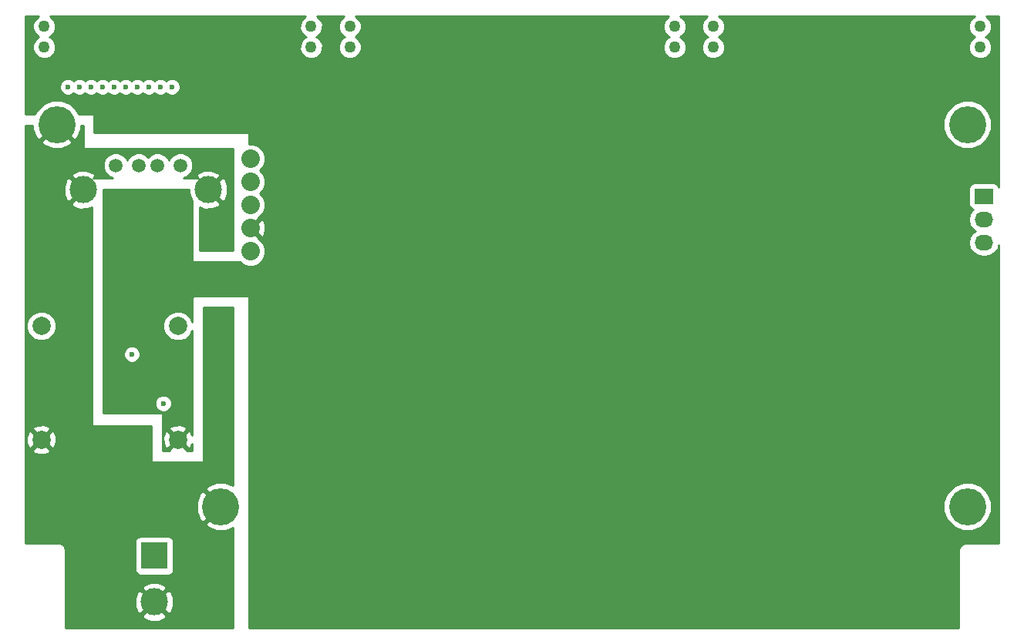
<source format=gbr>
G04 #@! TF.FileFunction,Copper,L3,Inr,Plane*
%FSLAX46Y46*%
G04 Gerber Fmt 4.6, Leading zero omitted, Abs format (unit mm)*
G04 Created by KiCad (PCBNEW 4.0.1-stable) date 2017-03-07 5:03:37 PM*
%MOMM*%
G01*
G04 APERTURE LIST*
%ADD10C,0.100000*%
%ADD11C,1.500000*%
%ADD12C,3.000000*%
%ADD13R,2.032000X1.727200*%
%ADD14O,2.032000X1.727200*%
%ADD15C,1.270000*%
%ADD16R,3.000000X3.000000*%
%ADD17C,2.000000*%
%ADD18C,2.032000*%
%ADD19C,4.064000*%
%ADD20C,0.600000*%
%ADD21C,0.254000*%
G04 APERTURE END LIST*
D10*
D11*
X63570000Y-48500000D03*
X61030000Y-48500000D03*
X59000000Y-48500000D03*
X56460000Y-48500000D03*
D12*
X66620000Y-51170000D03*
X52900000Y-51170000D03*
D13*
X151800000Y-51900000D03*
D14*
X151800000Y-54440000D03*
X151800000Y-56980000D03*
D15*
X77927400Y-33237000D03*
X48615800Y-33237000D03*
X77927400Y-35497600D03*
X48615800Y-35497600D03*
X151384200Y-33237000D03*
X122072600Y-33237000D03*
X151384200Y-35497600D03*
X122072600Y-35497600D03*
D16*
X60700000Y-91400000D03*
D12*
X60700000Y-96480000D03*
D15*
X117830800Y-33237000D03*
X82169200Y-33237000D03*
X117830800Y-35497600D03*
X82169200Y-35497600D03*
D17*
X63300000Y-78650000D03*
X63300000Y-66150000D03*
X48300000Y-78650000D03*
X48300000Y-66150000D03*
D18*
X71270000Y-57930000D03*
X71270000Y-55390000D03*
X71270000Y-52850000D03*
X71270000Y-50310000D03*
X71270000Y-47770000D03*
D19*
X50000000Y-44000000D03*
X150000000Y-44000000D03*
X150000000Y-86000000D03*
X68000000Y-86000000D03*
D20*
X63200000Y-51900000D03*
X57556600Y-39866400D03*
X56286600Y-39866400D03*
X53746600Y-39866400D03*
X55016600Y-39866400D03*
X51206600Y-39866400D03*
X52476600Y-39866400D03*
X62636600Y-39866400D03*
X61366600Y-39866400D03*
X58826600Y-39866400D03*
X60096600Y-39866400D03*
X61700000Y-74650000D03*
X58250000Y-69250000D03*
D21*
G36*
X47337025Y-44550357D02*
X47727832Y-45493846D01*
X48101879Y-45718516D01*
X49693395Y-44127000D01*
X50306605Y-44127000D01*
X51898121Y-45718516D01*
X52272168Y-45493846D01*
X52670880Y-44510612D01*
X52668022Y-44127000D01*
X52873000Y-44127000D01*
X52873000Y-46500000D01*
X52883006Y-46549410D01*
X52911447Y-46591035D01*
X52953841Y-46618315D01*
X53000000Y-46627000D01*
X69373000Y-46627000D01*
X69373000Y-57873000D01*
X65727000Y-57873000D01*
X65727000Y-53113120D01*
X66236187Y-53312723D01*
X67085387Y-53296497D01*
X67794582Y-53002739D01*
X67954365Y-52683970D01*
X66620000Y-51349605D01*
X66605858Y-51363748D01*
X66426253Y-51184143D01*
X66440395Y-51170000D01*
X66799605Y-51170000D01*
X68133970Y-52504365D01*
X68452739Y-52344582D01*
X68762723Y-51553813D01*
X68746497Y-50704613D01*
X68452739Y-49995418D01*
X68133970Y-49835635D01*
X66799605Y-51170000D01*
X66440395Y-51170000D01*
X65727000Y-50456605D01*
X65727000Y-50097395D01*
X66620000Y-50990395D01*
X67954365Y-49656030D01*
X67794582Y-49337261D01*
X67003813Y-49027277D01*
X66154613Y-49043503D01*
X65445418Y-49337261D01*
X65285635Y-49656030D01*
X65502605Y-49873000D01*
X65143395Y-49873000D01*
X65106030Y-49835635D01*
X65031486Y-49873000D01*
X63873908Y-49873000D01*
X64353515Y-49674831D01*
X64743461Y-49285564D01*
X64954759Y-48776702D01*
X64955240Y-48225715D01*
X64744831Y-47716485D01*
X64355564Y-47326539D01*
X63846702Y-47115241D01*
X63295715Y-47114760D01*
X62786485Y-47325169D01*
X62396539Y-47714436D01*
X62300024Y-47946870D01*
X62204831Y-47716485D01*
X61815564Y-47326539D01*
X61306702Y-47115241D01*
X60755715Y-47114760D01*
X60246485Y-47325169D01*
X60014938Y-47556313D01*
X59785564Y-47326539D01*
X59276702Y-47115241D01*
X58725715Y-47114760D01*
X58216485Y-47325169D01*
X57826539Y-47714436D01*
X57730024Y-47946870D01*
X57634831Y-47716485D01*
X57245564Y-47326539D01*
X56736702Y-47115241D01*
X56185715Y-47114760D01*
X55676485Y-47325169D01*
X55286539Y-47714436D01*
X55075241Y-48223298D01*
X55074760Y-48774285D01*
X55285169Y-49283515D01*
X55674436Y-49673461D01*
X56154979Y-49873000D01*
X54488514Y-49873000D01*
X54413970Y-49835635D01*
X54376605Y-49873000D01*
X54017395Y-49873000D01*
X54234365Y-49656030D01*
X54074582Y-49337261D01*
X53283813Y-49027277D01*
X52434613Y-49043503D01*
X51725418Y-49337261D01*
X51565635Y-49656030D01*
X52900000Y-50990395D01*
X53873000Y-50017395D01*
X53873000Y-50376605D01*
X53079605Y-51170000D01*
X53093748Y-51184143D01*
X52914143Y-51363748D01*
X52900000Y-51349605D01*
X51565635Y-52683970D01*
X51725418Y-53002739D01*
X52516187Y-53312723D01*
X53365387Y-53296497D01*
X53873000Y-53086237D01*
X53873000Y-77000000D01*
X53883006Y-77049410D01*
X53911447Y-77091035D01*
X53953841Y-77118315D01*
X54000000Y-77127000D01*
X60373000Y-77127000D01*
X60373000Y-81000000D01*
X60383006Y-81049410D01*
X60411447Y-81091035D01*
X60453841Y-81118315D01*
X60500000Y-81127000D01*
X66000000Y-81127000D01*
X66049410Y-81116994D01*
X66091035Y-81088553D01*
X66118315Y-81046159D01*
X66127000Y-81000000D01*
X66127000Y-64127000D01*
X69373000Y-64127000D01*
X69373000Y-83678828D01*
X68510612Y-83329120D01*
X67449643Y-83337025D01*
X66506154Y-83727832D01*
X66281484Y-84101879D01*
X68000000Y-85820395D01*
X68014143Y-85806253D01*
X68193748Y-85985858D01*
X68179605Y-86000000D01*
X68193748Y-86014143D01*
X68014143Y-86193748D01*
X68000000Y-86179605D01*
X66281484Y-87898121D01*
X66506154Y-88272168D01*
X67489388Y-88670880D01*
X68550357Y-88662975D01*
X69373000Y-88322224D01*
X69373000Y-99290000D01*
X50971600Y-99290000D01*
X50971600Y-97993970D01*
X59365635Y-97993970D01*
X59525418Y-98312739D01*
X60316187Y-98622723D01*
X61165387Y-98606497D01*
X61874582Y-98312739D01*
X62034365Y-97993970D01*
X60700000Y-96659605D01*
X59365635Y-97993970D01*
X50971600Y-97993970D01*
X50971600Y-96096187D01*
X58557277Y-96096187D01*
X58573503Y-96945387D01*
X58867261Y-97654582D01*
X59186030Y-97814365D01*
X60520395Y-96480000D01*
X60879605Y-96480000D01*
X62213970Y-97814365D01*
X62532739Y-97654582D01*
X62842723Y-96863813D01*
X62826497Y-96014613D01*
X62532739Y-95305418D01*
X62213970Y-95145635D01*
X60879605Y-96480000D01*
X60520395Y-96480000D01*
X59186030Y-95145635D01*
X58867261Y-95305418D01*
X58557277Y-96096187D01*
X50971600Y-96096187D01*
X50971600Y-94966030D01*
X59365635Y-94966030D01*
X60700000Y-96300395D01*
X62034365Y-94966030D01*
X61874582Y-94647261D01*
X61083813Y-94337277D01*
X60234613Y-94353503D01*
X59525418Y-94647261D01*
X59365635Y-94966030D01*
X50971600Y-94966030D01*
X50971600Y-90761000D01*
X50917554Y-90489295D01*
X50763646Y-90258954D01*
X50533305Y-90105046D01*
X50261600Y-90051000D01*
X46569900Y-90051000D01*
X46569900Y-89900000D01*
X58552560Y-89900000D01*
X58552560Y-92900000D01*
X58596838Y-93135317D01*
X58735910Y-93351441D01*
X58948110Y-93496431D01*
X59200000Y-93547440D01*
X62200000Y-93547440D01*
X62435317Y-93503162D01*
X62651441Y-93364090D01*
X62796431Y-93151890D01*
X62847440Y-92900000D01*
X62847440Y-89900000D01*
X62803162Y-89664683D01*
X62664090Y-89448559D01*
X62451890Y-89303569D01*
X62200000Y-89252560D01*
X59200000Y-89252560D01*
X58964683Y-89296838D01*
X58748559Y-89435910D01*
X58603569Y-89648110D01*
X58552560Y-89900000D01*
X46569900Y-89900000D01*
X46569900Y-85489388D01*
X65329120Y-85489388D01*
X65337025Y-86550357D01*
X65727832Y-87493846D01*
X66101879Y-87718516D01*
X67820395Y-86000000D01*
X66101879Y-84281484D01*
X65727832Y-84506154D01*
X65329120Y-85489388D01*
X46569900Y-85489388D01*
X46569900Y-79802532D01*
X47327073Y-79802532D01*
X47425736Y-80069387D01*
X48035461Y-80295908D01*
X48685460Y-80271856D01*
X49174264Y-80069387D01*
X49272927Y-79802532D01*
X48300000Y-78829605D01*
X47327073Y-79802532D01*
X46569900Y-79802532D01*
X46569900Y-78385461D01*
X46654092Y-78385461D01*
X46678144Y-79035460D01*
X46880613Y-79524264D01*
X47147468Y-79622927D01*
X48120395Y-78650000D01*
X48479605Y-78650000D01*
X49452532Y-79622927D01*
X49719387Y-79524264D01*
X49945908Y-78914539D01*
X49921856Y-78264540D01*
X49719387Y-77775736D01*
X49452532Y-77677073D01*
X48479605Y-78650000D01*
X48120395Y-78650000D01*
X47147468Y-77677073D01*
X46880613Y-77775736D01*
X46654092Y-78385461D01*
X46569900Y-78385461D01*
X46569900Y-77497468D01*
X47327073Y-77497468D01*
X48300000Y-78470395D01*
X49272927Y-77497468D01*
X49174264Y-77230613D01*
X48564539Y-77004092D01*
X47914540Y-77028144D01*
X47425736Y-77230613D01*
X47327073Y-77497468D01*
X46569900Y-77497468D01*
X46569900Y-66473795D01*
X46664716Y-66473795D01*
X46913106Y-67074943D01*
X47372637Y-67535278D01*
X47973352Y-67784716D01*
X48623795Y-67785284D01*
X49224943Y-67536894D01*
X49685278Y-67077363D01*
X49934716Y-66476648D01*
X49935284Y-65826205D01*
X49686894Y-65225057D01*
X49227363Y-64764722D01*
X48626648Y-64515284D01*
X47976205Y-64514716D01*
X47375057Y-64763106D01*
X46914722Y-65222637D01*
X46665284Y-65823352D01*
X46664716Y-66473795D01*
X46569900Y-66473795D01*
X46569900Y-50786187D01*
X50757277Y-50786187D01*
X50773503Y-51635387D01*
X51067261Y-52344582D01*
X51386030Y-52504365D01*
X52720395Y-51170000D01*
X51386030Y-49835635D01*
X51067261Y-49995418D01*
X50757277Y-50786187D01*
X46569900Y-50786187D01*
X46569900Y-45898121D01*
X48281484Y-45898121D01*
X48506154Y-46272168D01*
X49489388Y-46670880D01*
X50550357Y-46662975D01*
X51493846Y-46272168D01*
X51718516Y-45898121D01*
X50000000Y-44179605D01*
X48281484Y-45898121D01*
X46569900Y-45898121D01*
X46569900Y-44127000D01*
X47333871Y-44127000D01*
X47337025Y-44550357D01*
X47337025Y-44550357D01*
G37*
X47337025Y-44550357D02*
X47727832Y-45493846D01*
X48101879Y-45718516D01*
X49693395Y-44127000D01*
X50306605Y-44127000D01*
X51898121Y-45718516D01*
X52272168Y-45493846D01*
X52670880Y-44510612D01*
X52668022Y-44127000D01*
X52873000Y-44127000D01*
X52873000Y-46500000D01*
X52883006Y-46549410D01*
X52911447Y-46591035D01*
X52953841Y-46618315D01*
X53000000Y-46627000D01*
X69373000Y-46627000D01*
X69373000Y-57873000D01*
X65727000Y-57873000D01*
X65727000Y-53113120D01*
X66236187Y-53312723D01*
X67085387Y-53296497D01*
X67794582Y-53002739D01*
X67954365Y-52683970D01*
X66620000Y-51349605D01*
X66605858Y-51363748D01*
X66426253Y-51184143D01*
X66440395Y-51170000D01*
X66799605Y-51170000D01*
X68133970Y-52504365D01*
X68452739Y-52344582D01*
X68762723Y-51553813D01*
X68746497Y-50704613D01*
X68452739Y-49995418D01*
X68133970Y-49835635D01*
X66799605Y-51170000D01*
X66440395Y-51170000D01*
X65727000Y-50456605D01*
X65727000Y-50097395D01*
X66620000Y-50990395D01*
X67954365Y-49656030D01*
X67794582Y-49337261D01*
X67003813Y-49027277D01*
X66154613Y-49043503D01*
X65445418Y-49337261D01*
X65285635Y-49656030D01*
X65502605Y-49873000D01*
X65143395Y-49873000D01*
X65106030Y-49835635D01*
X65031486Y-49873000D01*
X63873908Y-49873000D01*
X64353515Y-49674831D01*
X64743461Y-49285564D01*
X64954759Y-48776702D01*
X64955240Y-48225715D01*
X64744831Y-47716485D01*
X64355564Y-47326539D01*
X63846702Y-47115241D01*
X63295715Y-47114760D01*
X62786485Y-47325169D01*
X62396539Y-47714436D01*
X62300024Y-47946870D01*
X62204831Y-47716485D01*
X61815564Y-47326539D01*
X61306702Y-47115241D01*
X60755715Y-47114760D01*
X60246485Y-47325169D01*
X60014938Y-47556313D01*
X59785564Y-47326539D01*
X59276702Y-47115241D01*
X58725715Y-47114760D01*
X58216485Y-47325169D01*
X57826539Y-47714436D01*
X57730024Y-47946870D01*
X57634831Y-47716485D01*
X57245564Y-47326539D01*
X56736702Y-47115241D01*
X56185715Y-47114760D01*
X55676485Y-47325169D01*
X55286539Y-47714436D01*
X55075241Y-48223298D01*
X55074760Y-48774285D01*
X55285169Y-49283515D01*
X55674436Y-49673461D01*
X56154979Y-49873000D01*
X54488514Y-49873000D01*
X54413970Y-49835635D01*
X54376605Y-49873000D01*
X54017395Y-49873000D01*
X54234365Y-49656030D01*
X54074582Y-49337261D01*
X53283813Y-49027277D01*
X52434613Y-49043503D01*
X51725418Y-49337261D01*
X51565635Y-49656030D01*
X52900000Y-50990395D01*
X53873000Y-50017395D01*
X53873000Y-50376605D01*
X53079605Y-51170000D01*
X53093748Y-51184143D01*
X52914143Y-51363748D01*
X52900000Y-51349605D01*
X51565635Y-52683970D01*
X51725418Y-53002739D01*
X52516187Y-53312723D01*
X53365387Y-53296497D01*
X53873000Y-53086237D01*
X53873000Y-77000000D01*
X53883006Y-77049410D01*
X53911447Y-77091035D01*
X53953841Y-77118315D01*
X54000000Y-77127000D01*
X60373000Y-77127000D01*
X60373000Y-81000000D01*
X60383006Y-81049410D01*
X60411447Y-81091035D01*
X60453841Y-81118315D01*
X60500000Y-81127000D01*
X66000000Y-81127000D01*
X66049410Y-81116994D01*
X66091035Y-81088553D01*
X66118315Y-81046159D01*
X66127000Y-81000000D01*
X66127000Y-64127000D01*
X69373000Y-64127000D01*
X69373000Y-83678828D01*
X68510612Y-83329120D01*
X67449643Y-83337025D01*
X66506154Y-83727832D01*
X66281484Y-84101879D01*
X68000000Y-85820395D01*
X68014143Y-85806253D01*
X68193748Y-85985858D01*
X68179605Y-86000000D01*
X68193748Y-86014143D01*
X68014143Y-86193748D01*
X68000000Y-86179605D01*
X66281484Y-87898121D01*
X66506154Y-88272168D01*
X67489388Y-88670880D01*
X68550357Y-88662975D01*
X69373000Y-88322224D01*
X69373000Y-99290000D01*
X50971600Y-99290000D01*
X50971600Y-97993970D01*
X59365635Y-97993970D01*
X59525418Y-98312739D01*
X60316187Y-98622723D01*
X61165387Y-98606497D01*
X61874582Y-98312739D01*
X62034365Y-97993970D01*
X60700000Y-96659605D01*
X59365635Y-97993970D01*
X50971600Y-97993970D01*
X50971600Y-96096187D01*
X58557277Y-96096187D01*
X58573503Y-96945387D01*
X58867261Y-97654582D01*
X59186030Y-97814365D01*
X60520395Y-96480000D01*
X60879605Y-96480000D01*
X62213970Y-97814365D01*
X62532739Y-97654582D01*
X62842723Y-96863813D01*
X62826497Y-96014613D01*
X62532739Y-95305418D01*
X62213970Y-95145635D01*
X60879605Y-96480000D01*
X60520395Y-96480000D01*
X59186030Y-95145635D01*
X58867261Y-95305418D01*
X58557277Y-96096187D01*
X50971600Y-96096187D01*
X50971600Y-94966030D01*
X59365635Y-94966030D01*
X60700000Y-96300395D01*
X62034365Y-94966030D01*
X61874582Y-94647261D01*
X61083813Y-94337277D01*
X60234613Y-94353503D01*
X59525418Y-94647261D01*
X59365635Y-94966030D01*
X50971600Y-94966030D01*
X50971600Y-90761000D01*
X50917554Y-90489295D01*
X50763646Y-90258954D01*
X50533305Y-90105046D01*
X50261600Y-90051000D01*
X46569900Y-90051000D01*
X46569900Y-89900000D01*
X58552560Y-89900000D01*
X58552560Y-92900000D01*
X58596838Y-93135317D01*
X58735910Y-93351441D01*
X58948110Y-93496431D01*
X59200000Y-93547440D01*
X62200000Y-93547440D01*
X62435317Y-93503162D01*
X62651441Y-93364090D01*
X62796431Y-93151890D01*
X62847440Y-92900000D01*
X62847440Y-89900000D01*
X62803162Y-89664683D01*
X62664090Y-89448559D01*
X62451890Y-89303569D01*
X62200000Y-89252560D01*
X59200000Y-89252560D01*
X58964683Y-89296838D01*
X58748559Y-89435910D01*
X58603569Y-89648110D01*
X58552560Y-89900000D01*
X46569900Y-89900000D01*
X46569900Y-85489388D01*
X65329120Y-85489388D01*
X65337025Y-86550357D01*
X65727832Y-87493846D01*
X66101879Y-87718516D01*
X67820395Y-86000000D01*
X66101879Y-84281484D01*
X65727832Y-84506154D01*
X65329120Y-85489388D01*
X46569900Y-85489388D01*
X46569900Y-79802532D01*
X47327073Y-79802532D01*
X47425736Y-80069387D01*
X48035461Y-80295908D01*
X48685460Y-80271856D01*
X49174264Y-80069387D01*
X49272927Y-79802532D01*
X48300000Y-78829605D01*
X47327073Y-79802532D01*
X46569900Y-79802532D01*
X46569900Y-78385461D01*
X46654092Y-78385461D01*
X46678144Y-79035460D01*
X46880613Y-79524264D01*
X47147468Y-79622927D01*
X48120395Y-78650000D01*
X48479605Y-78650000D01*
X49452532Y-79622927D01*
X49719387Y-79524264D01*
X49945908Y-78914539D01*
X49921856Y-78264540D01*
X49719387Y-77775736D01*
X49452532Y-77677073D01*
X48479605Y-78650000D01*
X48120395Y-78650000D01*
X47147468Y-77677073D01*
X46880613Y-77775736D01*
X46654092Y-78385461D01*
X46569900Y-78385461D01*
X46569900Y-77497468D01*
X47327073Y-77497468D01*
X48300000Y-78470395D01*
X49272927Y-77497468D01*
X49174264Y-77230613D01*
X48564539Y-77004092D01*
X47914540Y-77028144D01*
X47425736Y-77230613D01*
X47327073Y-77497468D01*
X46569900Y-77497468D01*
X46569900Y-66473795D01*
X46664716Y-66473795D01*
X46913106Y-67074943D01*
X47372637Y-67535278D01*
X47973352Y-67784716D01*
X48623795Y-67785284D01*
X49224943Y-67536894D01*
X49685278Y-67077363D01*
X49934716Y-66476648D01*
X49935284Y-65826205D01*
X49686894Y-65225057D01*
X49227363Y-64764722D01*
X48626648Y-64515284D01*
X47976205Y-64514716D01*
X47375057Y-64763106D01*
X46914722Y-65222637D01*
X46665284Y-65823352D01*
X46664716Y-66473795D01*
X46569900Y-66473795D01*
X46569900Y-50786187D01*
X50757277Y-50786187D01*
X50773503Y-51635387D01*
X51067261Y-52344582D01*
X51386030Y-52504365D01*
X52720395Y-51170000D01*
X51386030Y-49835635D01*
X51067261Y-49995418D01*
X50757277Y-50786187D01*
X46569900Y-50786187D01*
X46569900Y-45898121D01*
X48281484Y-45898121D01*
X48506154Y-46272168D01*
X49489388Y-46670880D01*
X50550357Y-46662975D01*
X51493846Y-46272168D01*
X51718516Y-45898121D01*
X50000000Y-44179605D01*
X48281484Y-45898121D01*
X46569900Y-45898121D01*
X46569900Y-44127000D01*
X47333871Y-44127000D01*
X47337025Y-44550357D01*
G36*
X47897342Y-32159718D02*
X47539774Y-32516663D01*
X47346021Y-32983273D01*
X47345580Y-33488510D01*
X47538518Y-33955458D01*
X47895463Y-34313026D01*
X48025913Y-34367194D01*
X47897342Y-34420318D01*
X47539774Y-34777263D01*
X47346021Y-35243873D01*
X47345580Y-35749110D01*
X47538518Y-36216058D01*
X47895463Y-36573626D01*
X48362073Y-36767379D01*
X48867310Y-36767820D01*
X49334258Y-36574882D01*
X49691826Y-36217937D01*
X49885579Y-35751327D01*
X49886020Y-35246090D01*
X49693082Y-34779142D01*
X49336137Y-34421574D01*
X49205687Y-34367406D01*
X49334258Y-34314282D01*
X49691826Y-33957337D01*
X49885579Y-33490727D01*
X49886020Y-32985490D01*
X49693082Y-32518542D01*
X49336137Y-32160974D01*
X49254318Y-32127000D01*
X77288126Y-32127000D01*
X77208942Y-32159718D01*
X76851374Y-32516663D01*
X76657621Y-32983273D01*
X76657180Y-33488510D01*
X76850118Y-33955458D01*
X77207063Y-34313026D01*
X77337513Y-34367194D01*
X77208942Y-34420318D01*
X76851374Y-34777263D01*
X76657621Y-35243873D01*
X76657180Y-35749110D01*
X76850118Y-36216058D01*
X77207063Y-36573626D01*
X77673673Y-36767379D01*
X78178910Y-36767820D01*
X78645858Y-36574882D01*
X79003426Y-36217937D01*
X79197179Y-35751327D01*
X79197620Y-35246090D01*
X79004682Y-34779142D01*
X78647737Y-34421574D01*
X78517287Y-34367406D01*
X78645858Y-34314282D01*
X79003426Y-33957337D01*
X79197179Y-33490727D01*
X79197620Y-32985490D01*
X79004682Y-32518542D01*
X78647737Y-32160974D01*
X78565918Y-32127000D01*
X81529926Y-32127000D01*
X81450742Y-32159718D01*
X81093174Y-32516663D01*
X80899421Y-32983273D01*
X80898980Y-33488510D01*
X81091918Y-33955458D01*
X81448863Y-34313026D01*
X81579313Y-34367194D01*
X81450742Y-34420318D01*
X81093174Y-34777263D01*
X80899421Y-35243873D01*
X80898980Y-35749110D01*
X81091918Y-36216058D01*
X81448863Y-36573626D01*
X81915473Y-36767379D01*
X82420710Y-36767820D01*
X82887658Y-36574882D01*
X83245226Y-36217937D01*
X83438979Y-35751327D01*
X83439420Y-35246090D01*
X83246482Y-34779142D01*
X82889537Y-34421574D01*
X82759087Y-34367406D01*
X82887658Y-34314282D01*
X83245226Y-33957337D01*
X83438979Y-33490727D01*
X83439420Y-32985490D01*
X83246482Y-32518542D01*
X82889537Y-32160974D01*
X82807718Y-32127000D01*
X117191526Y-32127000D01*
X117112342Y-32159718D01*
X116754774Y-32516663D01*
X116561021Y-32983273D01*
X116560580Y-33488510D01*
X116753518Y-33955458D01*
X117110463Y-34313026D01*
X117240913Y-34367194D01*
X117112342Y-34420318D01*
X116754774Y-34777263D01*
X116561021Y-35243873D01*
X116560580Y-35749110D01*
X116753518Y-36216058D01*
X117110463Y-36573626D01*
X117577073Y-36767379D01*
X118082310Y-36767820D01*
X118549258Y-36574882D01*
X118906826Y-36217937D01*
X119100579Y-35751327D01*
X119101020Y-35246090D01*
X118908082Y-34779142D01*
X118551137Y-34421574D01*
X118420687Y-34367406D01*
X118549258Y-34314282D01*
X118906826Y-33957337D01*
X119100579Y-33490727D01*
X119101020Y-32985490D01*
X118908082Y-32518542D01*
X118551137Y-32160974D01*
X118469318Y-32127000D01*
X121433326Y-32127000D01*
X121354142Y-32159718D01*
X120996574Y-32516663D01*
X120802821Y-32983273D01*
X120802380Y-33488510D01*
X120995318Y-33955458D01*
X121352263Y-34313026D01*
X121482713Y-34367194D01*
X121354142Y-34420318D01*
X120996574Y-34777263D01*
X120802821Y-35243873D01*
X120802380Y-35749110D01*
X120995318Y-36216058D01*
X121352263Y-36573626D01*
X121818873Y-36767379D01*
X122324110Y-36767820D01*
X122791058Y-36574882D01*
X123148626Y-36217937D01*
X123342379Y-35751327D01*
X123342820Y-35246090D01*
X123149882Y-34779142D01*
X122792937Y-34421574D01*
X122662487Y-34367406D01*
X122791058Y-34314282D01*
X123148626Y-33957337D01*
X123342379Y-33490727D01*
X123342820Y-32985490D01*
X123149882Y-32518542D01*
X122792937Y-32160974D01*
X122711118Y-32127000D01*
X150744926Y-32127000D01*
X150665742Y-32159718D01*
X150308174Y-32516663D01*
X150114421Y-32983273D01*
X150113980Y-33488510D01*
X150306918Y-33955458D01*
X150663863Y-34313026D01*
X150794313Y-34367194D01*
X150665742Y-34420318D01*
X150308174Y-34777263D01*
X150114421Y-35243873D01*
X150113980Y-35749110D01*
X150306918Y-36216058D01*
X150663863Y-36573626D01*
X151130473Y-36767379D01*
X151635710Y-36767820D01*
X152102658Y-36574882D01*
X152460226Y-36217937D01*
X152653979Y-35751327D01*
X152654420Y-35246090D01*
X152461482Y-34779142D01*
X152104537Y-34421574D01*
X151974087Y-34367406D01*
X152102658Y-34314282D01*
X152460226Y-33957337D01*
X152653979Y-33490727D01*
X152654420Y-32985490D01*
X152461482Y-32518542D01*
X152104537Y-32160974D01*
X152022718Y-32127000D01*
X153430100Y-32127000D01*
X153430100Y-50859213D01*
X153419162Y-50801083D01*
X153280090Y-50584959D01*
X153067890Y-50439969D01*
X152816000Y-50388960D01*
X150784000Y-50388960D01*
X150548683Y-50433238D01*
X150332559Y-50572310D01*
X150187569Y-50784510D01*
X150136560Y-51036400D01*
X150136560Y-52763600D01*
X150180838Y-52998917D01*
X150319910Y-53215041D01*
X150532110Y-53360031D01*
X150573439Y-53368400D01*
X150555585Y-53380330D01*
X150230729Y-53866511D01*
X150116655Y-54440000D01*
X150230729Y-55013489D01*
X150555585Y-55499670D01*
X150870366Y-55710000D01*
X150555585Y-55920330D01*
X150230729Y-56406511D01*
X150116655Y-56980000D01*
X150230729Y-57553489D01*
X150555585Y-58039670D01*
X151041766Y-58364526D01*
X151615255Y-58478600D01*
X151984745Y-58478600D01*
X152558234Y-58364526D01*
X153044415Y-58039670D01*
X153369271Y-57553489D01*
X153430100Y-57247681D01*
X153430100Y-90051000D01*
X149738400Y-90051000D01*
X149466695Y-90105046D01*
X149236354Y-90258954D01*
X149082446Y-90489295D01*
X149028400Y-90761000D01*
X149028400Y-99290000D01*
X71127000Y-99290000D01*
X71127000Y-86528172D01*
X147332538Y-86528172D01*
X147737709Y-87508761D01*
X148487293Y-88259655D01*
X149467173Y-88666536D01*
X150528172Y-88667462D01*
X151508761Y-88262291D01*
X152259655Y-87512707D01*
X152666536Y-86532827D01*
X152667462Y-85471828D01*
X152262291Y-84491239D01*
X151512707Y-83740345D01*
X150532827Y-83333464D01*
X149471828Y-83332538D01*
X148491239Y-83737709D01*
X147740345Y-84487293D01*
X147333464Y-85467173D01*
X147332538Y-86528172D01*
X71127000Y-86528172D01*
X71127000Y-63000000D01*
X71116994Y-62950590D01*
X71088553Y-62908965D01*
X71046159Y-62881685D01*
X71000000Y-62873000D01*
X65000000Y-62873000D01*
X64950590Y-62883006D01*
X64908965Y-62911447D01*
X64881685Y-62953841D01*
X64873000Y-63000000D01*
X64873000Y-65675467D01*
X64686894Y-65225057D01*
X64227363Y-64764722D01*
X63626648Y-64515284D01*
X62976205Y-64514716D01*
X62375057Y-64763106D01*
X61914722Y-65222637D01*
X61665284Y-65823352D01*
X61664716Y-66473795D01*
X61913106Y-67074943D01*
X62372637Y-67535278D01*
X62973352Y-67784716D01*
X63623795Y-67785284D01*
X64224943Y-67536894D01*
X64685278Y-67077363D01*
X64873000Y-66625277D01*
X64873000Y-78146591D01*
X64719387Y-77775736D01*
X64452532Y-77677073D01*
X63479605Y-78650000D01*
X64452532Y-79622927D01*
X64719387Y-79524264D01*
X64873000Y-79110785D01*
X64873000Y-79873000D01*
X64246873Y-79873000D01*
X64272927Y-79802532D01*
X63300000Y-78829605D01*
X62327073Y-79802532D01*
X62353127Y-79873000D01*
X61627000Y-79873000D01*
X61627000Y-78385461D01*
X61654092Y-78385461D01*
X61678144Y-79035460D01*
X61880613Y-79524264D01*
X62147468Y-79622927D01*
X63120395Y-78650000D01*
X62147468Y-77677073D01*
X61880613Y-77775736D01*
X61654092Y-78385461D01*
X61627000Y-78385461D01*
X61627000Y-77497468D01*
X62327073Y-77497468D01*
X63300000Y-78470395D01*
X64272927Y-77497468D01*
X64174264Y-77230613D01*
X63564539Y-77004092D01*
X62914540Y-77028144D01*
X62425736Y-77230613D01*
X62327073Y-77497468D01*
X61627000Y-77497468D01*
X61627000Y-75800000D01*
X61616994Y-75750590D01*
X61588553Y-75708965D01*
X61546159Y-75681685D01*
X61500000Y-75673000D01*
X55127000Y-75673000D01*
X55127000Y-74835167D01*
X60764838Y-74835167D01*
X60906883Y-75178943D01*
X61169673Y-75442192D01*
X61513201Y-75584838D01*
X61885167Y-75585162D01*
X62228943Y-75443117D01*
X62492192Y-75180327D01*
X62634838Y-74836799D01*
X62635162Y-74464833D01*
X62493117Y-74121057D01*
X62230327Y-73857808D01*
X61886799Y-73715162D01*
X61514833Y-73714838D01*
X61171057Y-73856883D01*
X60907808Y-74119673D01*
X60765162Y-74463201D01*
X60764838Y-74835167D01*
X55127000Y-74835167D01*
X55127000Y-69435167D01*
X57314838Y-69435167D01*
X57456883Y-69778943D01*
X57719673Y-70042192D01*
X58063201Y-70184838D01*
X58435167Y-70185162D01*
X58778943Y-70043117D01*
X59042192Y-69780327D01*
X59184838Y-69436799D01*
X59185162Y-69064833D01*
X59043117Y-68721057D01*
X58780327Y-68457808D01*
X58436799Y-68315162D01*
X58064833Y-68314838D01*
X57721057Y-68456883D01*
X57457808Y-68719673D01*
X57315162Y-69063201D01*
X57314838Y-69435167D01*
X55127000Y-69435167D01*
X55127000Y-51127000D01*
X64485037Y-51127000D01*
X64484630Y-51592815D01*
X64808980Y-52377800D01*
X64873000Y-52441932D01*
X64873000Y-59000000D01*
X64883006Y-59049410D01*
X64911447Y-59091035D01*
X64953841Y-59118315D01*
X65000000Y-59127000D01*
X70132081Y-59127000D01*
X70333563Y-59328834D01*
X70940155Y-59580713D01*
X71596963Y-59581286D01*
X72203995Y-59330466D01*
X72668834Y-58866437D01*
X72920713Y-58259845D01*
X72921286Y-57603037D01*
X72670466Y-56996005D01*
X72247634Y-56572435D01*
X72254502Y-56554107D01*
X71270000Y-55569605D01*
X71255858Y-55583748D01*
X71127000Y-55454890D01*
X71127000Y-55390000D01*
X71449605Y-55390000D01*
X72434107Y-56374502D01*
X72702622Y-56273880D01*
X72931816Y-55658358D01*
X72908014Y-55001981D01*
X72702622Y-54506120D01*
X72434107Y-54405498D01*
X71449605Y-55390000D01*
X71127000Y-55390000D01*
X71127000Y-55325110D01*
X71255858Y-55196253D01*
X71270000Y-55210395D01*
X72254502Y-54225893D01*
X72247453Y-54207083D01*
X72668834Y-53786437D01*
X72920713Y-53179845D01*
X72921286Y-52523037D01*
X72670466Y-51916005D01*
X72334868Y-51579821D01*
X72668834Y-51246437D01*
X72920713Y-50639845D01*
X72921286Y-49983037D01*
X72670466Y-49376005D01*
X72334868Y-49039821D01*
X72668834Y-48706437D01*
X72920713Y-48099845D01*
X72921286Y-47443037D01*
X72670466Y-46836005D01*
X72206437Y-46371166D01*
X71599845Y-46119287D01*
X71127000Y-46118874D01*
X71127000Y-45000000D01*
X71116994Y-44950590D01*
X71088553Y-44908965D01*
X71046159Y-44881685D01*
X71000000Y-44873000D01*
X54127000Y-44873000D01*
X54127000Y-44528172D01*
X147332538Y-44528172D01*
X147737709Y-45508761D01*
X148487293Y-46259655D01*
X149467173Y-46666536D01*
X150528172Y-46667462D01*
X151508761Y-46262291D01*
X152259655Y-45512707D01*
X152666536Y-44532827D01*
X152667462Y-43471828D01*
X152262291Y-42491239D01*
X151512707Y-41740345D01*
X150532827Y-41333464D01*
X149471828Y-41332538D01*
X148491239Y-41737709D01*
X147740345Y-42487293D01*
X147333464Y-43467173D01*
X147332538Y-44528172D01*
X54127000Y-44528172D01*
X54127000Y-43000000D01*
X54116994Y-42950590D01*
X54088553Y-42908965D01*
X54046159Y-42881685D01*
X54000000Y-42873000D01*
X52420031Y-42873000D01*
X52262291Y-42491239D01*
X51512707Y-41740345D01*
X50532827Y-41333464D01*
X49471828Y-41332538D01*
X48491239Y-41737709D01*
X47740345Y-42487293D01*
X47580186Y-42873000D01*
X46569900Y-42873000D01*
X46569900Y-40051567D01*
X50271438Y-40051567D01*
X50413483Y-40395343D01*
X50676273Y-40658592D01*
X51019801Y-40801238D01*
X51391767Y-40801562D01*
X51735543Y-40659517D01*
X51841554Y-40553690D01*
X51946273Y-40658592D01*
X52289801Y-40801238D01*
X52661767Y-40801562D01*
X53005543Y-40659517D01*
X53111554Y-40553690D01*
X53216273Y-40658592D01*
X53559801Y-40801238D01*
X53931767Y-40801562D01*
X54275543Y-40659517D01*
X54381554Y-40553690D01*
X54486273Y-40658592D01*
X54829801Y-40801238D01*
X55201767Y-40801562D01*
X55545543Y-40659517D01*
X55651554Y-40553690D01*
X55756273Y-40658592D01*
X56099801Y-40801238D01*
X56471767Y-40801562D01*
X56815543Y-40659517D01*
X56921554Y-40553690D01*
X57026273Y-40658592D01*
X57369801Y-40801238D01*
X57741767Y-40801562D01*
X58085543Y-40659517D01*
X58191554Y-40553690D01*
X58296273Y-40658592D01*
X58639801Y-40801238D01*
X59011767Y-40801562D01*
X59355543Y-40659517D01*
X59461554Y-40553690D01*
X59566273Y-40658592D01*
X59909801Y-40801238D01*
X60281767Y-40801562D01*
X60625543Y-40659517D01*
X60731554Y-40553690D01*
X60836273Y-40658592D01*
X61179801Y-40801238D01*
X61551767Y-40801562D01*
X61895543Y-40659517D01*
X62001554Y-40553690D01*
X62106273Y-40658592D01*
X62449801Y-40801238D01*
X62821767Y-40801562D01*
X63165543Y-40659517D01*
X63428792Y-40396727D01*
X63571438Y-40053199D01*
X63571762Y-39681233D01*
X63429717Y-39337457D01*
X63166927Y-39074208D01*
X62823399Y-38931562D01*
X62451433Y-38931238D01*
X62107657Y-39073283D01*
X62001646Y-39179110D01*
X61896927Y-39074208D01*
X61553399Y-38931562D01*
X61181433Y-38931238D01*
X60837657Y-39073283D01*
X60731646Y-39179110D01*
X60626927Y-39074208D01*
X60283399Y-38931562D01*
X59911433Y-38931238D01*
X59567657Y-39073283D01*
X59461646Y-39179110D01*
X59356927Y-39074208D01*
X59013399Y-38931562D01*
X58641433Y-38931238D01*
X58297657Y-39073283D01*
X58191646Y-39179110D01*
X58086927Y-39074208D01*
X57743399Y-38931562D01*
X57371433Y-38931238D01*
X57027657Y-39073283D01*
X56921646Y-39179110D01*
X56816927Y-39074208D01*
X56473399Y-38931562D01*
X56101433Y-38931238D01*
X55757657Y-39073283D01*
X55651646Y-39179110D01*
X55546927Y-39074208D01*
X55203399Y-38931562D01*
X54831433Y-38931238D01*
X54487657Y-39073283D01*
X54381646Y-39179110D01*
X54276927Y-39074208D01*
X53933399Y-38931562D01*
X53561433Y-38931238D01*
X53217657Y-39073283D01*
X53111646Y-39179110D01*
X53006927Y-39074208D01*
X52663399Y-38931562D01*
X52291433Y-38931238D01*
X51947657Y-39073283D01*
X51841646Y-39179110D01*
X51736927Y-39074208D01*
X51393399Y-38931562D01*
X51021433Y-38931238D01*
X50677657Y-39073283D01*
X50414408Y-39336073D01*
X50271762Y-39679601D01*
X50271438Y-40051567D01*
X46569900Y-40051567D01*
X46569900Y-32127000D01*
X47976526Y-32127000D01*
X47897342Y-32159718D01*
X47897342Y-32159718D01*
G37*
X47897342Y-32159718D02*
X47539774Y-32516663D01*
X47346021Y-32983273D01*
X47345580Y-33488510D01*
X47538518Y-33955458D01*
X47895463Y-34313026D01*
X48025913Y-34367194D01*
X47897342Y-34420318D01*
X47539774Y-34777263D01*
X47346021Y-35243873D01*
X47345580Y-35749110D01*
X47538518Y-36216058D01*
X47895463Y-36573626D01*
X48362073Y-36767379D01*
X48867310Y-36767820D01*
X49334258Y-36574882D01*
X49691826Y-36217937D01*
X49885579Y-35751327D01*
X49886020Y-35246090D01*
X49693082Y-34779142D01*
X49336137Y-34421574D01*
X49205687Y-34367406D01*
X49334258Y-34314282D01*
X49691826Y-33957337D01*
X49885579Y-33490727D01*
X49886020Y-32985490D01*
X49693082Y-32518542D01*
X49336137Y-32160974D01*
X49254318Y-32127000D01*
X77288126Y-32127000D01*
X77208942Y-32159718D01*
X76851374Y-32516663D01*
X76657621Y-32983273D01*
X76657180Y-33488510D01*
X76850118Y-33955458D01*
X77207063Y-34313026D01*
X77337513Y-34367194D01*
X77208942Y-34420318D01*
X76851374Y-34777263D01*
X76657621Y-35243873D01*
X76657180Y-35749110D01*
X76850118Y-36216058D01*
X77207063Y-36573626D01*
X77673673Y-36767379D01*
X78178910Y-36767820D01*
X78645858Y-36574882D01*
X79003426Y-36217937D01*
X79197179Y-35751327D01*
X79197620Y-35246090D01*
X79004682Y-34779142D01*
X78647737Y-34421574D01*
X78517287Y-34367406D01*
X78645858Y-34314282D01*
X79003426Y-33957337D01*
X79197179Y-33490727D01*
X79197620Y-32985490D01*
X79004682Y-32518542D01*
X78647737Y-32160974D01*
X78565918Y-32127000D01*
X81529926Y-32127000D01*
X81450742Y-32159718D01*
X81093174Y-32516663D01*
X80899421Y-32983273D01*
X80898980Y-33488510D01*
X81091918Y-33955458D01*
X81448863Y-34313026D01*
X81579313Y-34367194D01*
X81450742Y-34420318D01*
X81093174Y-34777263D01*
X80899421Y-35243873D01*
X80898980Y-35749110D01*
X81091918Y-36216058D01*
X81448863Y-36573626D01*
X81915473Y-36767379D01*
X82420710Y-36767820D01*
X82887658Y-36574882D01*
X83245226Y-36217937D01*
X83438979Y-35751327D01*
X83439420Y-35246090D01*
X83246482Y-34779142D01*
X82889537Y-34421574D01*
X82759087Y-34367406D01*
X82887658Y-34314282D01*
X83245226Y-33957337D01*
X83438979Y-33490727D01*
X83439420Y-32985490D01*
X83246482Y-32518542D01*
X82889537Y-32160974D01*
X82807718Y-32127000D01*
X117191526Y-32127000D01*
X117112342Y-32159718D01*
X116754774Y-32516663D01*
X116561021Y-32983273D01*
X116560580Y-33488510D01*
X116753518Y-33955458D01*
X117110463Y-34313026D01*
X117240913Y-34367194D01*
X117112342Y-34420318D01*
X116754774Y-34777263D01*
X116561021Y-35243873D01*
X116560580Y-35749110D01*
X116753518Y-36216058D01*
X117110463Y-36573626D01*
X117577073Y-36767379D01*
X118082310Y-36767820D01*
X118549258Y-36574882D01*
X118906826Y-36217937D01*
X119100579Y-35751327D01*
X119101020Y-35246090D01*
X118908082Y-34779142D01*
X118551137Y-34421574D01*
X118420687Y-34367406D01*
X118549258Y-34314282D01*
X118906826Y-33957337D01*
X119100579Y-33490727D01*
X119101020Y-32985490D01*
X118908082Y-32518542D01*
X118551137Y-32160974D01*
X118469318Y-32127000D01*
X121433326Y-32127000D01*
X121354142Y-32159718D01*
X120996574Y-32516663D01*
X120802821Y-32983273D01*
X120802380Y-33488510D01*
X120995318Y-33955458D01*
X121352263Y-34313026D01*
X121482713Y-34367194D01*
X121354142Y-34420318D01*
X120996574Y-34777263D01*
X120802821Y-35243873D01*
X120802380Y-35749110D01*
X120995318Y-36216058D01*
X121352263Y-36573626D01*
X121818873Y-36767379D01*
X122324110Y-36767820D01*
X122791058Y-36574882D01*
X123148626Y-36217937D01*
X123342379Y-35751327D01*
X123342820Y-35246090D01*
X123149882Y-34779142D01*
X122792937Y-34421574D01*
X122662487Y-34367406D01*
X122791058Y-34314282D01*
X123148626Y-33957337D01*
X123342379Y-33490727D01*
X123342820Y-32985490D01*
X123149882Y-32518542D01*
X122792937Y-32160974D01*
X122711118Y-32127000D01*
X150744926Y-32127000D01*
X150665742Y-32159718D01*
X150308174Y-32516663D01*
X150114421Y-32983273D01*
X150113980Y-33488510D01*
X150306918Y-33955458D01*
X150663863Y-34313026D01*
X150794313Y-34367194D01*
X150665742Y-34420318D01*
X150308174Y-34777263D01*
X150114421Y-35243873D01*
X150113980Y-35749110D01*
X150306918Y-36216058D01*
X150663863Y-36573626D01*
X151130473Y-36767379D01*
X151635710Y-36767820D01*
X152102658Y-36574882D01*
X152460226Y-36217937D01*
X152653979Y-35751327D01*
X152654420Y-35246090D01*
X152461482Y-34779142D01*
X152104537Y-34421574D01*
X151974087Y-34367406D01*
X152102658Y-34314282D01*
X152460226Y-33957337D01*
X152653979Y-33490727D01*
X152654420Y-32985490D01*
X152461482Y-32518542D01*
X152104537Y-32160974D01*
X152022718Y-32127000D01*
X153430100Y-32127000D01*
X153430100Y-50859213D01*
X153419162Y-50801083D01*
X153280090Y-50584959D01*
X153067890Y-50439969D01*
X152816000Y-50388960D01*
X150784000Y-50388960D01*
X150548683Y-50433238D01*
X150332559Y-50572310D01*
X150187569Y-50784510D01*
X150136560Y-51036400D01*
X150136560Y-52763600D01*
X150180838Y-52998917D01*
X150319910Y-53215041D01*
X150532110Y-53360031D01*
X150573439Y-53368400D01*
X150555585Y-53380330D01*
X150230729Y-53866511D01*
X150116655Y-54440000D01*
X150230729Y-55013489D01*
X150555585Y-55499670D01*
X150870366Y-55710000D01*
X150555585Y-55920330D01*
X150230729Y-56406511D01*
X150116655Y-56980000D01*
X150230729Y-57553489D01*
X150555585Y-58039670D01*
X151041766Y-58364526D01*
X151615255Y-58478600D01*
X151984745Y-58478600D01*
X152558234Y-58364526D01*
X153044415Y-58039670D01*
X153369271Y-57553489D01*
X153430100Y-57247681D01*
X153430100Y-90051000D01*
X149738400Y-90051000D01*
X149466695Y-90105046D01*
X149236354Y-90258954D01*
X149082446Y-90489295D01*
X149028400Y-90761000D01*
X149028400Y-99290000D01*
X71127000Y-99290000D01*
X71127000Y-86528172D01*
X147332538Y-86528172D01*
X147737709Y-87508761D01*
X148487293Y-88259655D01*
X149467173Y-88666536D01*
X150528172Y-88667462D01*
X151508761Y-88262291D01*
X152259655Y-87512707D01*
X152666536Y-86532827D01*
X152667462Y-85471828D01*
X152262291Y-84491239D01*
X151512707Y-83740345D01*
X150532827Y-83333464D01*
X149471828Y-83332538D01*
X148491239Y-83737709D01*
X147740345Y-84487293D01*
X147333464Y-85467173D01*
X147332538Y-86528172D01*
X71127000Y-86528172D01*
X71127000Y-63000000D01*
X71116994Y-62950590D01*
X71088553Y-62908965D01*
X71046159Y-62881685D01*
X71000000Y-62873000D01*
X65000000Y-62873000D01*
X64950590Y-62883006D01*
X64908965Y-62911447D01*
X64881685Y-62953841D01*
X64873000Y-63000000D01*
X64873000Y-65675467D01*
X64686894Y-65225057D01*
X64227363Y-64764722D01*
X63626648Y-64515284D01*
X62976205Y-64514716D01*
X62375057Y-64763106D01*
X61914722Y-65222637D01*
X61665284Y-65823352D01*
X61664716Y-66473795D01*
X61913106Y-67074943D01*
X62372637Y-67535278D01*
X62973352Y-67784716D01*
X63623795Y-67785284D01*
X64224943Y-67536894D01*
X64685278Y-67077363D01*
X64873000Y-66625277D01*
X64873000Y-78146591D01*
X64719387Y-77775736D01*
X64452532Y-77677073D01*
X63479605Y-78650000D01*
X64452532Y-79622927D01*
X64719387Y-79524264D01*
X64873000Y-79110785D01*
X64873000Y-79873000D01*
X64246873Y-79873000D01*
X64272927Y-79802532D01*
X63300000Y-78829605D01*
X62327073Y-79802532D01*
X62353127Y-79873000D01*
X61627000Y-79873000D01*
X61627000Y-78385461D01*
X61654092Y-78385461D01*
X61678144Y-79035460D01*
X61880613Y-79524264D01*
X62147468Y-79622927D01*
X63120395Y-78650000D01*
X62147468Y-77677073D01*
X61880613Y-77775736D01*
X61654092Y-78385461D01*
X61627000Y-78385461D01*
X61627000Y-77497468D01*
X62327073Y-77497468D01*
X63300000Y-78470395D01*
X64272927Y-77497468D01*
X64174264Y-77230613D01*
X63564539Y-77004092D01*
X62914540Y-77028144D01*
X62425736Y-77230613D01*
X62327073Y-77497468D01*
X61627000Y-77497468D01*
X61627000Y-75800000D01*
X61616994Y-75750590D01*
X61588553Y-75708965D01*
X61546159Y-75681685D01*
X61500000Y-75673000D01*
X55127000Y-75673000D01*
X55127000Y-74835167D01*
X60764838Y-74835167D01*
X60906883Y-75178943D01*
X61169673Y-75442192D01*
X61513201Y-75584838D01*
X61885167Y-75585162D01*
X62228943Y-75443117D01*
X62492192Y-75180327D01*
X62634838Y-74836799D01*
X62635162Y-74464833D01*
X62493117Y-74121057D01*
X62230327Y-73857808D01*
X61886799Y-73715162D01*
X61514833Y-73714838D01*
X61171057Y-73856883D01*
X60907808Y-74119673D01*
X60765162Y-74463201D01*
X60764838Y-74835167D01*
X55127000Y-74835167D01*
X55127000Y-69435167D01*
X57314838Y-69435167D01*
X57456883Y-69778943D01*
X57719673Y-70042192D01*
X58063201Y-70184838D01*
X58435167Y-70185162D01*
X58778943Y-70043117D01*
X59042192Y-69780327D01*
X59184838Y-69436799D01*
X59185162Y-69064833D01*
X59043117Y-68721057D01*
X58780327Y-68457808D01*
X58436799Y-68315162D01*
X58064833Y-68314838D01*
X57721057Y-68456883D01*
X57457808Y-68719673D01*
X57315162Y-69063201D01*
X57314838Y-69435167D01*
X55127000Y-69435167D01*
X55127000Y-51127000D01*
X64485037Y-51127000D01*
X64484630Y-51592815D01*
X64808980Y-52377800D01*
X64873000Y-52441932D01*
X64873000Y-59000000D01*
X64883006Y-59049410D01*
X64911447Y-59091035D01*
X64953841Y-59118315D01*
X65000000Y-59127000D01*
X70132081Y-59127000D01*
X70333563Y-59328834D01*
X70940155Y-59580713D01*
X71596963Y-59581286D01*
X72203995Y-59330466D01*
X72668834Y-58866437D01*
X72920713Y-58259845D01*
X72921286Y-57603037D01*
X72670466Y-56996005D01*
X72247634Y-56572435D01*
X72254502Y-56554107D01*
X71270000Y-55569605D01*
X71255858Y-55583748D01*
X71127000Y-55454890D01*
X71127000Y-55390000D01*
X71449605Y-55390000D01*
X72434107Y-56374502D01*
X72702622Y-56273880D01*
X72931816Y-55658358D01*
X72908014Y-55001981D01*
X72702622Y-54506120D01*
X72434107Y-54405498D01*
X71449605Y-55390000D01*
X71127000Y-55390000D01*
X71127000Y-55325110D01*
X71255858Y-55196253D01*
X71270000Y-55210395D01*
X72254502Y-54225893D01*
X72247453Y-54207083D01*
X72668834Y-53786437D01*
X72920713Y-53179845D01*
X72921286Y-52523037D01*
X72670466Y-51916005D01*
X72334868Y-51579821D01*
X72668834Y-51246437D01*
X72920713Y-50639845D01*
X72921286Y-49983037D01*
X72670466Y-49376005D01*
X72334868Y-49039821D01*
X72668834Y-48706437D01*
X72920713Y-48099845D01*
X72921286Y-47443037D01*
X72670466Y-46836005D01*
X72206437Y-46371166D01*
X71599845Y-46119287D01*
X71127000Y-46118874D01*
X71127000Y-45000000D01*
X71116994Y-44950590D01*
X71088553Y-44908965D01*
X71046159Y-44881685D01*
X71000000Y-44873000D01*
X54127000Y-44873000D01*
X54127000Y-44528172D01*
X147332538Y-44528172D01*
X147737709Y-45508761D01*
X148487293Y-46259655D01*
X149467173Y-46666536D01*
X150528172Y-46667462D01*
X151508761Y-46262291D01*
X152259655Y-45512707D01*
X152666536Y-44532827D01*
X152667462Y-43471828D01*
X152262291Y-42491239D01*
X151512707Y-41740345D01*
X150532827Y-41333464D01*
X149471828Y-41332538D01*
X148491239Y-41737709D01*
X147740345Y-42487293D01*
X147333464Y-43467173D01*
X147332538Y-44528172D01*
X54127000Y-44528172D01*
X54127000Y-43000000D01*
X54116994Y-42950590D01*
X54088553Y-42908965D01*
X54046159Y-42881685D01*
X54000000Y-42873000D01*
X52420031Y-42873000D01*
X52262291Y-42491239D01*
X51512707Y-41740345D01*
X50532827Y-41333464D01*
X49471828Y-41332538D01*
X48491239Y-41737709D01*
X47740345Y-42487293D01*
X47580186Y-42873000D01*
X46569900Y-42873000D01*
X46569900Y-40051567D01*
X50271438Y-40051567D01*
X50413483Y-40395343D01*
X50676273Y-40658592D01*
X51019801Y-40801238D01*
X51391767Y-40801562D01*
X51735543Y-40659517D01*
X51841554Y-40553690D01*
X51946273Y-40658592D01*
X52289801Y-40801238D01*
X52661767Y-40801562D01*
X53005543Y-40659517D01*
X53111554Y-40553690D01*
X53216273Y-40658592D01*
X53559801Y-40801238D01*
X53931767Y-40801562D01*
X54275543Y-40659517D01*
X54381554Y-40553690D01*
X54486273Y-40658592D01*
X54829801Y-40801238D01*
X55201767Y-40801562D01*
X55545543Y-40659517D01*
X55651554Y-40553690D01*
X55756273Y-40658592D01*
X56099801Y-40801238D01*
X56471767Y-40801562D01*
X56815543Y-40659517D01*
X56921554Y-40553690D01*
X57026273Y-40658592D01*
X57369801Y-40801238D01*
X57741767Y-40801562D01*
X58085543Y-40659517D01*
X58191554Y-40553690D01*
X58296273Y-40658592D01*
X58639801Y-40801238D01*
X59011767Y-40801562D01*
X59355543Y-40659517D01*
X59461554Y-40553690D01*
X59566273Y-40658592D01*
X59909801Y-40801238D01*
X60281767Y-40801562D01*
X60625543Y-40659517D01*
X60731554Y-40553690D01*
X60836273Y-40658592D01*
X61179801Y-40801238D01*
X61551767Y-40801562D01*
X61895543Y-40659517D01*
X62001554Y-40553690D01*
X62106273Y-40658592D01*
X62449801Y-40801238D01*
X62821767Y-40801562D01*
X63165543Y-40659517D01*
X63428792Y-40396727D01*
X63571438Y-40053199D01*
X63571762Y-39681233D01*
X63429717Y-39337457D01*
X63166927Y-39074208D01*
X62823399Y-38931562D01*
X62451433Y-38931238D01*
X62107657Y-39073283D01*
X62001646Y-39179110D01*
X61896927Y-39074208D01*
X61553399Y-38931562D01*
X61181433Y-38931238D01*
X60837657Y-39073283D01*
X60731646Y-39179110D01*
X60626927Y-39074208D01*
X60283399Y-38931562D01*
X59911433Y-38931238D01*
X59567657Y-39073283D01*
X59461646Y-39179110D01*
X59356927Y-39074208D01*
X59013399Y-38931562D01*
X58641433Y-38931238D01*
X58297657Y-39073283D01*
X58191646Y-39179110D01*
X58086927Y-39074208D01*
X57743399Y-38931562D01*
X57371433Y-38931238D01*
X57027657Y-39073283D01*
X56921646Y-39179110D01*
X56816927Y-39074208D01*
X56473399Y-38931562D01*
X56101433Y-38931238D01*
X55757657Y-39073283D01*
X55651646Y-39179110D01*
X55546927Y-39074208D01*
X55203399Y-38931562D01*
X54831433Y-38931238D01*
X54487657Y-39073283D01*
X54381646Y-39179110D01*
X54276927Y-39074208D01*
X53933399Y-38931562D01*
X53561433Y-38931238D01*
X53217657Y-39073283D01*
X53111646Y-39179110D01*
X53006927Y-39074208D01*
X52663399Y-38931562D01*
X52291433Y-38931238D01*
X51947657Y-39073283D01*
X51841646Y-39179110D01*
X51736927Y-39074208D01*
X51393399Y-38931562D01*
X51021433Y-38931238D01*
X50677657Y-39073283D01*
X50414408Y-39336073D01*
X50271762Y-39679601D01*
X50271438Y-40051567D01*
X46569900Y-40051567D01*
X46569900Y-32127000D01*
X47976526Y-32127000D01*
X47897342Y-32159718D01*
M02*

</source>
